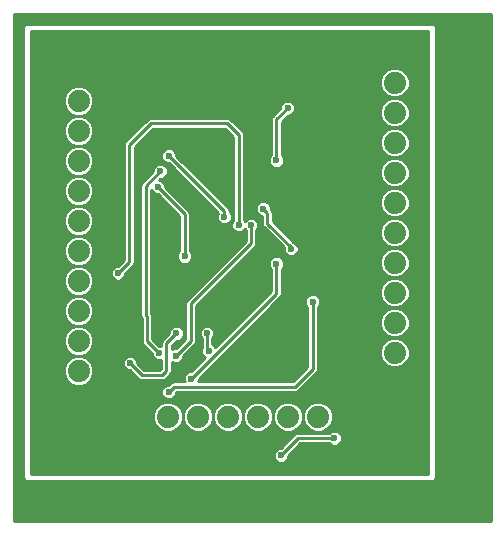
<source format=gbl>
G04 #@! TF.FileFunction,Copper,L2,Bot,Signal*
%FSLAX46Y46*%
G04 Gerber Fmt 4.6, Leading zero omitted, Abs format (unit mm)*
G04 Created by KiCad (PCBNEW 4.0.6) date 06/21/17 15:37:03*
%MOMM*%
%LPD*%
G01*
G04 APERTURE LIST*
%ADD10C,0.100000*%
%ADD11C,0.300000*%
%ADD12C,1.879600*%
%ADD13C,0.600000*%
%ADD14C,0.250000*%
%ADD15C,0.254000*%
G04 APERTURE END LIST*
D10*
D11*
X158693144Y-131441000D02*
X157978858Y-131441000D01*
X158836001Y-131869571D02*
X158336001Y-130369571D01*
X157836001Y-131869571D01*
X156478858Y-131869571D02*
X156978858Y-131155286D01*
X157336001Y-131869571D02*
X157336001Y-130369571D01*
X156764573Y-130369571D01*
X156621715Y-130441000D01*
X156550287Y-130512429D01*
X156478858Y-130655286D01*
X156478858Y-130869571D01*
X156550287Y-131012429D01*
X156621715Y-131083857D01*
X156764573Y-131155286D01*
X157336001Y-131155286D01*
X155836001Y-131869571D02*
X155836001Y-130369571D01*
X155478858Y-130369571D01*
X155264573Y-130441000D01*
X155121715Y-130583857D01*
X155050287Y-130726714D01*
X154978858Y-131012429D01*
X154978858Y-131226714D01*
X155050287Y-131512429D01*
X155121715Y-131655286D01*
X155264573Y-131798143D01*
X155478858Y-131869571D01*
X155836001Y-131869571D01*
X154336001Y-130369571D02*
X154336001Y-131583857D01*
X154264573Y-131726714D01*
X154193144Y-131798143D01*
X154050287Y-131869571D01*
X153764573Y-131869571D01*
X153621715Y-131798143D01*
X153550287Y-131726714D01*
X153478858Y-131583857D01*
X153478858Y-130369571D01*
X152764572Y-131869571D02*
X152764572Y-130369571D01*
X152050286Y-131869571D02*
X152050286Y-130369571D01*
X151193143Y-131869571D01*
X151193143Y-130369571D01*
X150193143Y-130369571D02*
X149907429Y-130369571D01*
X149764571Y-130441000D01*
X149621714Y-130583857D01*
X149550286Y-130869571D01*
X149550286Y-131369571D01*
X149621714Y-131655286D01*
X149764571Y-131798143D01*
X149907429Y-131869571D01*
X150193143Y-131869571D01*
X150336000Y-131798143D01*
X150478857Y-131655286D01*
X150550286Y-131369571D01*
X150550286Y-130869571D01*
X150478857Y-130583857D01*
X150336000Y-130441000D01*
X150193143Y-130369571D01*
X147764571Y-131869571D02*
X147764571Y-130369571D01*
X147193143Y-130369571D01*
X147050285Y-130441000D01*
X146978857Y-130512429D01*
X146907428Y-130655286D01*
X146907428Y-130869571D01*
X146978857Y-131012429D01*
X147050285Y-131083857D01*
X147193143Y-131155286D01*
X147764571Y-131155286D01*
X145407428Y-131869571D02*
X145907428Y-131155286D01*
X146264571Y-131869571D02*
X146264571Y-130369571D01*
X145693143Y-130369571D01*
X145550285Y-130441000D01*
X145478857Y-130512429D01*
X145407428Y-130655286D01*
X145407428Y-130869571D01*
X145478857Y-131012429D01*
X145550285Y-131083857D01*
X145693143Y-131155286D01*
X146264571Y-131155286D01*
X144478857Y-130369571D02*
X144193143Y-130369571D01*
X144050285Y-130441000D01*
X143907428Y-130583857D01*
X143836000Y-130869571D01*
X143836000Y-131369571D01*
X143907428Y-131655286D01*
X144050285Y-131798143D01*
X144193143Y-131869571D01*
X144478857Y-131869571D01*
X144621714Y-131798143D01*
X144764571Y-131655286D01*
X144836000Y-131369571D01*
X144836000Y-130869571D01*
X144764571Y-130583857D01*
X144621714Y-130441000D01*
X144478857Y-130369571D01*
X142050285Y-131869571D02*
X142050285Y-130369571D01*
X141550285Y-131441000D01*
X141050285Y-130369571D01*
X141050285Y-131869571D01*
X140335999Y-131869571D02*
X140335999Y-130369571D01*
X139621713Y-131869571D02*
X139621713Y-130369571D01*
X138764570Y-131869571D01*
X138764570Y-130369571D01*
X138050284Y-131869571D02*
X138050284Y-130369571D01*
D12*
X141470000Y-124420000D03*
X144010000Y-124420000D03*
X146550000Y-124420000D03*
X149090000Y-124420000D03*
X151630000Y-124420000D03*
X154170000Y-124420000D03*
X160680000Y-118980000D03*
X160680000Y-116440000D03*
X160680000Y-113900000D03*
X160680000Y-111360000D03*
X160680000Y-108820000D03*
X160680000Y-106280000D03*
X160680000Y-103740000D03*
X160680000Y-101200000D03*
X160680000Y-98660000D03*
X160680000Y-96120000D03*
X133900000Y-120540000D03*
X133900000Y-118000000D03*
X133900000Y-115460000D03*
X133900000Y-112920000D03*
X133900000Y-110380000D03*
X133900000Y-107840000D03*
X133900000Y-105300000D03*
X133900000Y-102760000D03*
X133900000Y-100220000D03*
X133900000Y-97680000D03*
D13*
X155570000Y-126230000D03*
X151040000Y-127690000D03*
X151900000Y-110220000D03*
X149540000Y-106790000D03*
X150650000Y-102710000D03*
X151600000Y-98290000D03*
X140710000Y-119020000D03*
X140820000Y-103630000D03*
X144780000Y-117350000D03*
X144930000Y-118830000D03*
X153730000Y-114670000D03*
X141540000Y-122320000D03*
X150650000Y-111460000D03*
X143460000Y-121190000D03*
X148500000Y-108180000D03*
X142130000Y-119250000D03*
X138260000Y-119860000D03*
X142190000Y-117350000D03*
X147470000Y-108180000D03*
X137240000Y-112260000D03*
X142880000Y-110830000D03*
X140630000Y-104970000D03*
X146240000Y-107510000D03*
X141540000Y-102320000D03*
D14*
X152500000Y-126230000D02*
X155570000Y-126230000D01*
X151040000Y-127690000D02*
X152500000Y-126230000D01*
X151900000Y-110070000D02*
X151900000Y-110220000D01*
X149890000Y-108060000D02*
X151900000Y-110070000D01*
X149890000Y-107140000D02*
X149890000Y-108060000D01*
X149540000Y-106790000D02*
X149890000Y-107140000D01*
X150650000Y-99240000D02*
X150650000Y-102710000D01*
X151600000Y-98290000D02*
X150650000Y-99240000D01*
X139590000Y-115450000D02*
X139590000Y-104860000D01*
X140710000Y-119020000D02*
X139700000Y-118010000D01*
X139700000Y-118010000D02*
X139700000Y-115950000D01*
X139700000Y-115950000D02*
X139590000Y-115840000D01*
X139590000Y-115840000D02*
X139590000Y-115450000D01*
X139590000Y-104860000D02*
X140820000Y-103630000D01*
X144790000Y-117360000D02*
X144780000Y-117350000D01*
X144790000Y-118690000D02*
X144790000Y-117360000D01*
X144930000Y-118830000D02*
X144790000Y-118690000D01*
X153730000Y-120370000D02*
X153730000Y-114670000D01*
X152230000Y-121870000D02*
X153730000Y-120370000D01*
X141990000Y-121870000D02*
X152230000Y-121870000D01*
X141540000Y-122320000D02*
X141990000Y-121870000D01*
X150650000Y-114000000D02*
X150650000Y-111460000D01*
X143460000Y-121190000D02*
X150650000Y-114000000D01*
X148500000Y-109710000D02*
X148500000Y-108180000D01*
X143390000Y-114820000D02*
X148500000Y-109710000D01*
X143390000Y-117990000D02*
X143390000Y-114820000D01*
X142130000Y-119250000D02*
X143390000Y-117990000D01*
X139290000Y-120890000D02*
X138260000Y-119860000D01*
X140970000Y-120890000D02*
X139290000Y-120890000D01*
X141350000Y-120510000D02*
X140970000Y-120890000D01*
X141350000Y-118190000D02*
X141350000Y-120510000D01*
X142190000Y-117350000D02*
X141350000Y-118190000D01*
X147470000Y-100580000D02*
X147470000Y-108180000D01*
X146470000Y-99580000D02*
X147470000Y-100580000D01*
X140030000Y-99580000D02*
X146470000Y-99580000D01*
X138190000Y-101420000D02*
X140030000Y-99580000D01*
X138190000Y-111310000D02*
X138190000Y-101420000D01*
X137240000Y-112260000D02*
X138190000Y-111310000D01*
X142880000Y-107220000D02*
X142880000Y-110830000D01*
X140630000Y-104970000D02*
X142880000Y-107220000D01*
X146240000Y-107020000D02*
X146240000Y-107510000D01*
X141540000Y-102320000D02*
X146240000Y-107020000D01*
D15*
G36*
X168783000Y-133223000D02*
X128397000Y-133223000D01*
X128397000Y-91440000D01*
X129238000Y-91440000D01*
X129238000Y-129540000D01*
X129260988Y-129655570D01*
X129326454Y-129753546D01*
X129424430Y-129819012D01*
X129540000Y-129842000D01*
X163830000Y-129842000D01*
X163945570Y-129819012D01*
X164043546Y-129753546D01*
X164109012Y-129655570D01*
X164132000Y-129540000D01*
X164132000Y-91440000D01*
X164109012Y-91324430D01*
X164043546Y-91226454D01*
X163945570Y-91160988D01*
X163830000Y-91138000D01*
X129540000Y-91138000D01*
X129424430Y-91160988D01*
X129326454Y-91226454D01*
X129260988Y-91324430D01*
X129238000Y-91440000D01*
X128397000Y-91440000D01*
X128397000Y-90297000D01*
X168783000Y-90297000D01*
X168783000Y-133223000D01*
X168783000Y-133223000D01*
G37*
X168783000Y-133223000D02*
X128397000Y-133223000D01*
X128397000Y-91440000D01*
X129238000Y-91440000D01*
X129238000Y-129540000D01*
X129260988Y-129655570D01*
X129326454Y-129753546D01*
X129424430Y-129819012D01*
X129540000Y-129842000D01*
X163830000Y-129842000D01*
X163945570Y-129819012D01*
X164043546Y-129753546D01*
X164109012Y-129655570D01*
X164132000Y-129540000D01*
X164132000Y-91440000D01*
X164109012Y-91324430D01*
X164043546Y-91226454D01*
X163945570Y-91160988D01*
X163830000Y-91138000D01*
X129540000Y-91138000D01*
X129424430Y-91160988D01*
X129326454Y-91226454D01*
X129260988Y-91324430D01*
X129238000Y-91440000D01*
X128397000Y-91440000D01*
X128397000Y-90297000D01*
X168783000Y-90297000D01*
X168783000Y-133223000D01*
G36*
X163528000Y-129238000D02*
X129842000Y-129238000D01*
X129842000Y-127814171D01*
X150412891Y-127814171D01*
X150508145Y-128044703D01*
X150684369Y-128221235D01*
X150914735Y-128316891D01*
X151164171Y-128317109D01*
X151394703Y-128221855D01*
X151571235Y-128045631D01*
X151666891Y-127815265D01*
X151666990Y-127702234D01*
X152687224Y-126682000D01*
X155135272Y-126682000D01*
X155214369Y-126761235D01*
X155444735Y-126856891D01*
X155694171Y-126857109D01*
X155924703Y-126761855D01*
X156101235Y-126585631D01*
X156196891Y-126355265D01*
X156197109Y-126105829D01*
X156101855Y-125875297D01*
X155925631Y-125698765D01*
X155695265Y-125603109D01*
X155445829Y-125602891D01*
X155215297Y-125698145D01*
X155135302Y-125778000D01*
X152500000Y-125778000D01*
X152327027Y-125812406D01*
X152180388Y-125910388D01*
X151027787Y-127062989D01*
X150915829Y-127062891D01*
X150685297Y-127158145D01*
X150508765Y-127334369D01*
X150413109Y-127564735D01*
X150412891Y-127814171D01*
X129842000Y-127814171D01*
X129842000Y-124670877D01*
X140202981Y-124670877D01*
X140395433Y-125136647D01*
X140751479Y-125493314D01*
X141216912Y-125686580D01*
X141720877Y-125687019D01*
X142186647Y-125494567D01*
X142543314Y-125138521D01*
X142736580Y-124673088D01*
X142736581Y-124670877D01*
X142742981Y-124670877D01*
X142935433Y-125136647D01*
X143291479Y-125493314D01*
X143756912Y-125686580D01*
X144260877Y-125687019D01*
X144726647Y-125494567D01*
X145083314Y-125138521D01*
X145276580Y-124673088D01*
X145276581Y-124670877D01*
X145282981Y-124670877D01*
X145475433Y-125136647D01*
X145831479Y-125493314D01*
X146296912Y-125686580D01*
X146800877Y-125687019D01*
X147266647Y-125494567D01*
X147623314Y-125138521D01*
X147816580Y-124673088D01*
X147816581Y-124670877D01*
X147822981Y-124670877D01*
X148015433Y-125136647D01*
X148371479Y-125493314D01*
X148836912Y-125686580D01*
X149340877Y-125687019D01*
X149806647Y-125494567D01*
X150163314Y-125138521D01*
X150356580Y-124673088D01*
X150356581Y-124670877D01*
X150362981Y-124670877D01*
X150555433Y-125136647D01*
X150911479Y-125493314D01*
X151376912Y-125686580D01*
X151880877Y-125687019D01*
X152346647Y-125494567D01*
X152703314Y-125138521D01*
X152896580Y-124673088D01*
X152896581Y-124670877D01*
X152902981Y-124670877D01*
X153095433Y-125136647D01*
X153451479Y-125493314D01*
X153916912Y-125686580D01*
X154420877Y-125687019D01*
X154886647Y-125494567D01*
X155243314Y-125138521D01*
X155436580Y-124673088D01*
X155437019Y-124169123D01*
X155244567Y-123703353D01*
X154888521Y-123346686D01*
X154423088Y-123153420D01*
X153919123Y-123152981D01*
X153453353Y-123345433D01*
X153096686Y-123701479D01*
X152903420Y-124166912D01*
X152902981Y-124670877D01*
X152896581Y-124670877D01*
X152897019Y-124169123D01*
X152704567Y-123703353D01*
X152348521Y-123346686D01*
X151883088Y-123153420D01*
X151379123Y-123152981D01*
X150913353Y-123345433D01*
X150556686Y-123701479D01*
X150363420Y-124166912D01*
X150362981Y-124670877D01*
X150356581Y-124670877D01*
X150357019Y-124169123D01*
X150164567Y-123703353D01*
X149808521Y-123346686D01*
X149343088Y-123153420D01*
X148839123Y-123152981D01*
X148373353Y-123345433D01*
X148016686Y-123701479D01*
X147823420Y-124166912D01*
X147822981Y-124670877D01*
X147816581Y-124670877D01*
X147817019Y-124169123D01*
X147624567Y-123703353D01*
X147268521Y-123346686D01*
X146803088Y-123153420D01*
X146299123Y-123152981D01*
X145833353Y-123345433D01*
X145476686Y-123701479D01*
X145283420Y-124166912D01*
X145282981Y-124670877D01*
X145276581Y-124670877D01*
X145277019Y-124169123D01*
X145084567Y-123703353D01*
X144728521Y-123346686D01*
X144263088Y-123153420D01*
X143759123Y-123152981D01*
X143293353Y-123345433D01*
X142936686Y-123701479D01*
X142743420Y-124166912D01*
X142742981Y-124670877D01*
X142736581Y-124670877D01*
X142737019Y-124169123D01*
X142544567Y-123703353D01*
X142188521Y-123346686D01*
X141723088Y-123153420D01*
X141219123Y-123152981D01*
X140753353Y-123345433D01*
X140396686Y-123701479D01*
X140203420Y-124166912D01*
X140202981Y-124670877D01*
X129842000Y-124670877D01*
X129842000Y-122444171D01*
X140912891Y-122444171D01*
X141008145Y-122674703D01*
X141184369Y-122851235D01*
X141414735Y-122946891D01*
X141664171Y-122947109D01*
X141894703Y-122851855D01*
X142071235Y-122675631D01*
X142166891Y-122445265D01*
X142166990Y-122332234D01*
X142177224Y-122322000D01*
X152230000Y-122322000D01*
X152402973Y-122287594D01*
X152549612Y-122189612D01*
X154049612Y-120689613D01*
X154147594Y-120542973D01*
X154182000Y-120370000D01*
X154182000Y-119230877D01*
X159412981Y-119230877D01*
X159605433Y-119696647D01*
X159961479Y-120053314D01*
X160426912Y-120246580D01*
X160930877Y-120247019D01*
X161396647Y-120054567D01*
X161753314Y-119698521D01*
X161946580Y-119233088D01*
X161947019Y-118729123D01*
X161754567Y-118263353D01*
X161398521Y-117906686D01*
X160933088Y-117713420D01*
X160429123Y-117712981D01*
X159963353Y-117905433D01*
X159606686Y-118261479D01*
X159413420Y-118726912D01*
X159412981Y-119230877D01*
X154182000Y-119230877D01*
X154182000Y-116690877D01*
X159412981Y-116690877D01*
X159605433Y-117156647D01*
X159961479Y-117513314D01*
X160426912Y-117706580D01*
X160930877Y-117707019D01*
X161396647Y-117514567D01*
X161753314Y-117158521D01*
X161946580Y-116693088D01*
X161947019Y-116189123D01*
X161754567Y-115723353D01*
X161398521Y-115366686D01*
X160933088Y-115173420D01*
X160429123Y-115172981D01*
X159963353Y-115365433D01*
X159606686Y-115721479D01*
X159413420Y-116186912D01*
X159412981Y-116690877D01*
X154182000Y-116690877D01*
X154182000Y-115104728D01*
X154261235Y-115025631D01*
X154356891Y-114795265D01*
X154357109Y-114545829D01*
X154261855Y-114315297D01*
X154097722Y-114150877D01*
X159412981Y-114150877D01*
X159605433Y-114616647D01*
X159961479Y-114973314D01*
X160426912Y-115166580D01*
X160930877Y-115167019D01*
X161396647Y-114974567D01*
X161753314Y-114618521D01*
X161946580Y-114153088D01*
X161947019Y-113649123D01*
X161754567Y-113183353D01*
X161398521Y-112826686D01*
X160933088Y-112633420D01*
X160429123Y-112632981D01*
X159963353Y-112825433D01*
X159606686Y-113181479D01*
X159413420Y-113646912D01*
X159412981Y-114150877D01*
X154097722Y-114150877D01*
X154085631Y-114138765D01*
X153855265Y-114043109D01*
X153605829Y-114042891D01*
X153375297Y-114138145D01*
X153198765Y-114314369D01*
X153103109Y-114544735D01*
X153102891Y-114794171D01*
X153198145Y-115024703D01*
X153278000Y-115104698D01*
X153278000Y-120182775D01*
X152042776Y-121418000D01*
X144044232Y-121418000D01*
X144086891Y-121315265D01*
X144086990Y-121202234D01*
X150969613Y-114319612D01*
X151067594Y-114172973D01*
X151102000Y-114000000D01*
X151102000Y-111894728D01*
X151181235Y-111815631D01*
X151266256Y-111610877D01*
X159412981Y-111610877D01*
X159605433Y-112076647D01*
X159961479Y-112433314D01*
X160426912Y-112626580D01*
X160930877Y-112627019D01*
X161396647Y-112434567D01*
X161753314Y-112078521D01*
X161946580Y-111613088D01*
X161947019Y-111109123D01*
X161754567Y-110643353D01*
X161398521Y-110286686D01*
X160933088Y-110093420D01*
X160429123Y-110092981D01*
X159963353Y-110285433D01*
X159606686Y-110641479D01*
X159413420Y-111106912D01*
X159412981Y-111610877D01*
X151266256Y-111610877D01*
X151276891Y-111585265D01*
X151277109Y-111335829D01*
X151181855Y-111105297D01*
X151005631Y-110928765D01*
X150775265Y-110833109D01*
X150525829Y-110832891D01*
X150295297Y-110928145D01*
X150118765Y-111104369D01*
X150023109Y-111334735D01*
X150022891Y-111584171D01*
X150118145Y-111814703D01*
X150198000Y-111894698D01*
X150198000Y-113812775D01*
X145483381Y-118527394D01*
X145461855Y-118475297D01*
X145285631Y-118298765D01*
X145242000Y-118280648D01*
X145242000Y-117774745D01*
X145311235Y-117705631D01*
X145406891Y-117475265D01*
X145407109Y-117225829D01*
X145311855Y-116995297D01*
X145135631Y-116818765D01*
X144905265Y-116723109D01*
X144655829Y-116722891D01*
X144425297Y-116818145D01*
X144248765Y-116994369D01*
X144153109Y-117224735D01*
X144152891Y-117474171D01*
X144248145Y-117704703D01*
X144338000Y-117794715D01*
X144338000Y-118620708D01*
X144303109Y-118704735D01*
X144302891Y-118954171D01*
X144398145Y-119184703D01*
X144574369Y-119361235D01*
X144627485Y-119383291D01*
X143447787Y-120562989D01*
X143335829Y-120562891D01*
X143105297Y-120658145D01*
X142928765Y-120834369D01*
X142833109Y-121064735D01*
X142832891Y-121314171D01*
X142875792Y-121418000D01*
X141990000Y-121418000D01*
X141817027Y-121452406D01*
X141670388Y-121550388D01*
X141527787Y-121692989D01*
X141415829Y-121692891D01*
X141185297Y-121788145D01*
X141008765Y-121964369D01*
X140913109Y-122194735D01*
X140912891Y-122444171D01*
X129842000Y-122444171D01*
X129842000Y-120790877D01*
X132632981Y-120790877D01*
X132825433Y-121256647D01*
X133181479Y-121613314D01*
X133646912Y-121806580D01*
X134150877Y-121807019D01*
X134616647Y-121614567D01*
X134973314Y-121258521D01*
X135166580Y-120793088D01*
X135167019Y-120289123D01*
X134974567Y-119823353D01*
X134618521Y-119466686D01*
X134153088Y-119273420D01*
X133649123Y-119272981D01*
X133183353Y-119465433D01*
X132826686Y-119821479D01*
X132633420Y-120286912D01*
X132632981Y-120790877D01*
X129842000Y-120790877D01*
X129842000Y-118250877D01*
X132632981Y-118250877D01*
X132825433Y-118716647D01*
X133181479Y-119073314D01*
X133646912Y-119266580D01*
X134150877Y-119267019D01*
X134616647Y-119074567D01*
X134973314Y-118718521D01*
X135166580Y-118253088D01*
X135167019Y-117749123D01*
X134974567Y-117283353D01*
X134618521Y-116926686D01*
X134153088Y-116733420D01*
X133649123Y-116732981D01*
X133183353Y-116925433D01*
X132826686Y-117281479D01*
X132633420Y-117746912D01*
X132632981Y-118250877D01*
X129842000Y-118250877D01*
X129842000Y-115710877D01*
X132632981Y-115710877D01*
X132825433Y-116176647D01*
X133181479Y-116533314D01*
X133646912Y-116726580D01*
X134150877Y-116727019D01*
X134616647Y-116534567D01*
X134973314Y-116178521D01*
X135166580Y-115713088D01*
X135167019Y-115209123D01*
X134974567Y-114743353D01*
X134618521Y-114386686D01*
X134153088Y-114193420D01*
X133649123Y-114192981D01*
X133183353Y-114385433D01*
X132826686Y-114741479D01*
X132633420Y-115206912D01*
X132632981Y-115710877D01*
X129842000Y-115710877D01*
X129842000Y-113170877D01*
X132632981Y-113170877D01*
X132825433Y-113636647D01*
X133181479Y-113993314D01*
X133646912Y-114186580D01*
X134150877Y-114187019D01*
X134616647Y-113994567D01*
X134973314Y-113638521D01*
X135166580Y-113173088D01*
X135167019Y-112669123D01*
X135049280Y-112384171D01*
X136612891Y-112384171D01*
X136708145Y-112614703D01*
X136884369Y-112791235D01*
X137114735Y-112886891D01*
X137364171Y-112887109D01*
X137594703Y-112791855D01*
X137771235Y-112615631D01*
X137866891Y-112385265D01*
X137866990Y-112272234D01*
X138509612Y-111629612D01*
X138607594Y-111482973D01*
X138642000Y-111310000D01*
X138642000Y-102444171D01*
X140912891Y-102444171D01*
X141008145Y-102674703D01*
X141184369Y-102851235D01*
X141414735Y-102946891D01*
X141527766Y-102946990D01*
X145721967Y-107141191D01*
X145708765Y-107154369D01*
X145613109Y-107384735D01*
X145612891Y-107634171D01*
X145708145Y-107864703D01*
X145884369Y-108041235D01*
X146114735Y-108136891D01*
X146364171Y-108137109D01*
X146594703Y-108041855D01*
X146771235Y-107865631D01*
X146866891Y-107635265D01*
X146867109Y-107385829D01*
X146771855Y-107155297D01*
X146692000Y-107075302D01*
X146692000Y-107020000D01*
X146657594Y-106847027D01*
X146559612Y-106700388D01*
X142167011Y-102307787D01*
X142167109Y-102195829D01*
X142071855Y-101965297D01*
X141895631Y-101788765D01*
X141665265Y-101693109D01*
X141415829Y-101692891D01*
X141185297Y-101788145D01*
X141008765Y-101964369D01*
X140913109Y-102194735D01*
X140912891Y-102444171D01*
X138642000Y-102444171D01*
X138642000Y-101607224D01*
X140217224Y-100032000D01*
X146282776Y-100032000D01*
X147018000Y-100767225D01*
X147018000Y-107745272D01*
X146938765Y-107824369D01*
X146843109Y-108054735D01*
X146842891Y-108304171D01*
X146938145Y-108534703D01*
X147114369Y-108711235D01*
X147344735Y-108806891D01*
X147594171Y-108807109D01*
X147824703Y-108711855D01*
X147985125Y-108551713D01*
X148048000Y-108614698D01*
X148048000Y-109522776D01*
X143070388Y-114500388D01*
X142972406Y-114647027D01*
X142938000Y-114820000D01*
X142938000Y-117802776D01*
X142117787Y-118622989D01*
X142005829Y-118622891D01*
X141802000Y-118707112D01*
X141802000Y-118377224D01*
X142202213Y-117977011D01*
X142314171Y-117977109D01*
X142544703Y-117881855D01*
X142721235Y-117705631D01*
X142816891Y-117475265D01*
X142817109Y-117225829D01*
X142721855Y-116995297D01*
X142545631Y-116818765D01*
X142315265Y-116723109D01*
X142065829Y-116722891D01*
X141835297Y-116818145D01*
X141658765Y-116994369D01*
X141563109Y-117224735D01*
X141563010Y-117337765D01*
X141030388Y-117870388D01*
X140932406Y-118017027D01*
X140898000Y-118190000D01*
X140898000Y-118419159D01*
X140835265Y-118393109D01*
X140722234Y-118393010D01*
X140152000Y-117822776D01*
X140152000Y-115950000D01*
X140117594Y-115777027D01*
X140117594Y-115777026D01*
X140042000Y-115663893D01*
X140042000Y-105188822D01*
X140098145Y-105324703D01*
X140274369Y-105501235D01*
X140504735Y-105596891D01*
X140617766Y-105596990D01*
X142428000Y-107407225D01*
X142428000Y-110395272D01*
X142348765Y-110474369D01*
X142253109Y-110704735D01*
X142252891Y-110954171D01*
X142348145Y-111184703D01*
X142524369Y-111361235D01*
X142754735Y-111456891D01*
X143004171Y-111457109D01*
X143234703Y-111361855D01*
X143411235Y-111185631D01*
X143506891Y-110955265D01*
X143507109Y-110705829D01*
X143411855Y-110475297D01*
X143332000Y-110395302D01*
X143332000Y-107220000D01*
X143297594Y-107047027D01*
X143263931Y-106996647D01*
X143199613Y-106900388D01*
X141257011Y-104957787D01*
X141257109Y-104845829D01*
X141161855Y-104615297D01*
X140985631Y-104438765D01*
X140755265Y-104343109D01*
X140746123Y-104343101D01*
X140832213Y-104257011D01*
X140944171Y-104257109D01*
X141174703Y-104161855D01*
X141351235Y-103985631D01*
X141446891Y-103755265D01*
X141447109Y-103505829D01*
X141351855Y-103275297D01*
X141175631Y-103098765D01*
X140945265Y-103003109D01*
X140695829Y-103002891D01*
X140465297Y-103098145D01*
X140288765Y-103274369D01*
X140193109Y-103504735D01*
X140193010Y-103617766D01*
X139270388Y-104540388D01*
X139172406Y-104687027D01*
X139138000Y-104860000D01*
X139138000Y-115840000D01*
X139172406Y-116012973D01*
X139248000Y-116126106D01*
X139248000Y-118010000D01*
X139282406Y-118182973D01*
X139380388Y-118329612D01*
X140082989Y-119032213D01*
X140082891Y-119144171D01*
X140178145Y-119374703D01*
X140354369Y-119551235D01*
X140584735Y-119646891D01*
X140834171Y-119647109D01*
X140898000Y-119620735D01*
X140898000Y-120322776D01*
X140782776Y-120438000D01*
X139477224Y-120438000D01*
X138887011Y-119847787D01*
X138887109Y-119735829D01*
X138791855Y-119505297D01*
X138615631Y-119328765D01*
X138385265Y-119233109D01*
X138135829Y-119232891D01*
X137905297Y-119328145D01*
X137728765Y-119504369D01*
X137633109Y-119734735D01*
X137632891Y-119984171D01*
X137728145Y-120214703D01*
X137904369Y-120391235D01*
X138134735Y-120486891D01*
X138247766Y-120486990D01*
X138970388Y-121209612D01*
X139117027Y-121307594D01*
X139290000Y-121342000D01*
X140970000Y-121342000D01*
X141142973Y-121307594D01*
X141289612Y-121209612D01*
X141669612Y-120829612D01*
X141767594Y-120682973D01*
X141802000Y-120510000D01*
X141802000Y-119792708D01*
X142004735Y-119876891D01*
X142254171Y-119877109D01*
X142484703Y-119781855D01*
X142661235Y-119605631D01*
X142756891Y-119375265D01*
X142756990Y-119262234D01*
X143709612Y-118309612D01*
X143807594Y-118162973D01*
X143842000Y-117990000D01*
X143842000Y-115007224D01*
X148819612Y-110029612D01*
X148917594Y-109882973D01*
X148921110Y-109865297D01*
X148952000Y-109710000D01*
X148952000Y-108614728D01*
X149031235Y-108535631D01*
X149126891Y-108305265D01*
X149127109Y-108055829D01*
X149031855Y-107825297D01*
X148855631Y-107648765D01*
X148625265Y-107553109D01*
X148375829Y-107552891D01*
X148145297Y-107648145D01*
X147984875Y-107808287D01*
X147922000Y-107745302D01*
X147922000Y-106914171D01*
X148912891Y-106914171D01*
X149008145Y-107144703D01*
X149184369Y-107321235D01*
X149414735Y-107416891D01*
X149438000Y-107416911D01*
X149438000Y-108060000D01*
X149472406Y-108232973D01*
X149570388Y-108379612D01*
X151276748Y-110085972D01*
X151273109Y-110094735D01*
X151272891Y-110344171D01*
X151368145Y-110574703D01*
X151544369Y-110751235D01*
X151774735Y-110846891D01*
X152024171Y-110847109D01*
X152254703Y-110751855D01*
X152431235Y-110575631D01*
X152526891Y-110345265D01*
X152527109Y-110095829D01*
X152431855Y-109865297D01*
X152255631Y-109688765D01*
X152088655Y-109619431D01*
X151540101Y-109070877D01*
X159412981Y-109070877D01*
X159605433Y-109536647D01*
X159961479Y-109893314D01*
X160426912Y-110086580D01*
X160930877Y-110087019D01*
X161396647Y-109894567D01*
X161753314Y-109538521D01*
X161946580Y-109073088D01*
X161947019Y-108569123D01*
X161754567Y-108103353D01*
X161398521Y-107746686D01*
X160933088Y-107553420D01*
X160429123Y-107552981D01*
X159963353Y-107745433D01*
X159606686Y-108101479D01*
X159413420Y-108566912D01*
X159412981Y-109070877D01*
X151540101Y-109070877D01*
X150342000Y-107872776D01*
X150342000Y-107140000D01*
X150307594Y-106967027D01*
X150209612Y-106820388D01*
X150167011Y-106777787D01*
X150167109Y-106665829D01*
X150111348Y-106530877D01*
X159412981Y-106530877D01*
X159605433Y-106996647D01*
X159961479Y-107353314D01*
X160426912Y-107546580D01*
X160930877Y-107547019D01*
X161396647Y-107354567D01*
X161753314Y-106998521D01*
X161946580Y-106533088D01*
X161947019Y-106029123D01*
X161754567Y-105563353D01*
X161398521Y-105206686D01*
X160933088Y-105013420D01*
X160429123Y-105012981D01*
X159963353Y-105205433D01*
X159606686Y-105561479D01*
X159413420Y-106026912D01*
X159412981Y-106530877D01*
X150111348Y-106530877D01*
X150071855Y-106435297D01*
X149895631Y-106258765D01*
X149665265Y-106163109D01*
X149415829Y-106162891D01*
X149185297Y-106258145D01*
X149008765Y-106434369D01*
X148913109Y-106664735D01*
X148912891Y-106914171D01*
X147922000Y-106914171D01*
X147922000Y-103990877D01*
X159412981Y-103990877D01*
X159605433Y-104456647D01*
X159961479Y-104813314D01*
X160426912Y-105006580D01*
X160930877Y-105007019D01*
X161396647Y-104814567D01*
X161753314Y-104458521D01*
X161946580Y-103993088D01*
X161947019Y-103489123D01*
X161754567Y-103023353D01*
X161398521Y-102666686D01*
X160933088Y-102473420D01*
X160429123Y-102472981D01*
X159963353Y-102665433D01*
X159606686Y-103021479D01*
X159413420Y-103486912D01*
X159412981Y-103990877D01*
X147922000Y-103990877D01*
X147922000Y-102834171D01*
X150022891Y-102834171D01*
X150118145Y-103064703D01*
X150294369Y-103241235D01*
X150524735Y-103336891D01*
X150774171Y-103337109D01*
X151004703Y-103241855D01*
X151181235Y-103065631D01*
X151276891Y-102835265D01*
X151277109Y-102585829D01*
X151181855Y-102355297D01*
X151102000Y-102275302D01*
X151102000Y-101450877D01*
X159412981Y-101450877D01*
X159605433Y-101916647D01*
X159961479Y-102273314D01*
X160426912Y-102466580D01*
X160930877Y-102467019D01*
X161396647Y-102274567D01*
X161753314Y-101918521D01*
X161946580Y-101453088D01*
X161947019Y-100949123D01*
X161754567Y-100483353D01*
X161398521Y-100126686D01*
X160933088Y-99933420D01*
X160429123Y-99932981D01*
X159963353Y-100125433D01*
X159606686Y-100481479D01*
X159413420Y-100946912D01*
X159412981Y-101450877D01*
X151102000Y-101450877D01*
X151102000Y-99427224D01*
X151612213Y-98917011D01*
X151724171Y-98917109D01*
X151739253Y-98910877D01*
X159412981Y-98910877D01*
X159605433Y-99376647D01*
X159961479Y-99733314D01*
X160426912Y-99926580D01*
X160930877Y-99927019D01*
X161396647Y-99734567D01*
X161753314Y-99378521D01*
X161946580Y-98913088D01*
X161947019Y-98409123D01*
X161754567Y-97943353D01*
X161398521Y-97586686D01*
X160933088Y-97393420D01*
X160429123Y-97392981D01*
X159963353Y-97585433D01*
X159606686Y-97941479D01*
X159413420Y-98406912D01*
X159412981Y-98910877D01*
X151739253Y-98910877D01*
X151954703Y-98821855D01*
X152131235Y-98645631D01*
X152226891Y-98415265D01*
X152227109Y-98165829D01*
X152131855Y-97935297D01*
X151955631Y-97758765D01*
X151725265Y-97663109D01*
X151475829Y-97662891D01*
X151245297Y-97758145D01*
X151068765Y-97934369D01*
X150973109Y-98164735D01*
X150973010Y-98277766D01*
X150330388Y-98920388D01*
X150232406Y-99067027D01*
X150198000Y-99240000D01*
X150198000Y-102275272D01*
X150118765Y-102354369D01*
X150023109Y-102584735D01*
X150022891Y-102834171D01*
X147922000Y-102834171D01*
X147922000Y-100580000D01*
X147887594Y-100407027D01*
X147789613Y-100260388D01*
X146789612Y-99260388D01*
X146642973Y-99162406D01*
X146470000Y-99128000D01*
X140030000Y-99128000D01*
X139857027Y-99162406D01*
X139710388Y-99260388D01*
X137870388Y-101100388D01*
X137772406Y-101247027D01*
X137738000Y-101420000D01*
X137738000Y-111122776D01*
X137227787Y-111632989D01*
X137115829Y-111632891D01*
X136885297Y-111728145D01*
X136708765Y-111904369D01*
X136613109Y-112134735D01*
X136612891Y-112384171D01*
X135049280Y-112384171D01*
X134974567Y-112203353D01*
X134618521Y-111846686D01*
X134153088Y-111653420D01*
X133649123Y-111652981D01*
X133183353Y-111845433D01*
X132826686Y-112201479D01*
X132633420Y-112666912D01*
X132632981Y-113170877D01*
X129842000Y-113170877D01*
X129842000Y-110630877D01*
X132632981Y-110630877D01*
X132825433Y-111096647D01*
X133181479Y-111453314D01*
X133646912Y-111646580D01*
X134150877Y-111647019D01*
X134616647Y-111454567D01*
X134973314Y-111098521D01*
X135166580Y-110633088D01*
X135167019Y-110129123D01*
X134974567Y-109663353D01*
X134618521Y-109306686D01*
X134153088Y-109113420D01*
X133649123Y-109112981D01*
X133183353Y-109305433D01*
X132826686Y-109661479D01*
X132633420Y-110126912D01*
X132632981Y-110630877D01*
X129842000Y-110630877D01*
X129842000Y-108090877D01*
X132632981Y-108090877D01*
X132825433Y-108556647D01*
X133181479Y-108913314D01*
X133646912Y-109106580D01*
X134150877Y-109107019D01*
X134616647Y-108914567D01*
X134973314Y-108558521D01*
X135166580Y-108093088D01*
X135167019Y-107589123D01*
X134974567Y-107123353D01*
X134618521Y-106766686D01*
X134153088Y-106573420D01*
X133649123Y-106572981D01*
X133183353Y-106765433D01*
X132826686Y-107121479D01*
X132633420Y-107586912D01*
X132632981Y-108090877D01*
X129842000Y-108090877D01*
X129842000Y-105550877D01*
X132632981Y-105550877D01*
X132825433Y-106016647D01*
X133181479Y-106373314D01*
X133646912Y-106566580D01*
X134150877Y-106567019D01*
X134616647Y-106374567D01*
X134973314Y-106018521D01*
X135166580Y-105553088D01*
X135167019Y-105049123D01*
X134974567Y-104583353D01*
X134618521Y-104226686D01*
X134153088Y-104033420D01*
X133649123Y-104032981D01*
X133183353Y-104225433D01*
X132826686Y-104581479D01*
X132633420Y-105046912D01*
X132632981Y-105550877D01*
X129842000Y-105550877D01*
X129842000Y-103010877D01*
X132632981Y-103010877D01*
X132825433Y-103476647D01*
X133181479Y-103833314D01*
X133646912Y-104026580D01*
X134150877Y-104027019D01*
X134616647Y-103834567D01*
X134973314Y-103478521D01*
X135166580Y-103013088D01*
X135167019Y-102509123D01*
X134974567Y-102043353D01*
X134618521Y-101686686D01*
X134153088Y-101493420D01*
X133649123Y-101492981D01*
X133183353Y-101685433D01*
X132826686Y-102041479D01*
X132633420Y-102506912D01*
X132632981Y-103010877D01*
X129842000Y-103010877D01*
X129842000Y-100470877D01*
X132632981Y-100470877D01*
X132825433Y-100936647D01*
X133181479Y-101293314D01*
X133646912Y-101486580D01*
X134150877Y-101487019D01*
X134616647Y-101294567D01*
X134973314Y-100938521D01*
X135166580Y-100473088D01*
X135167019Y-99969123D01*
X134974567Y-99503353D01*
X134618521Y-99146686D01*
X134153088Y-98953420D01*
X133649123Y-98952981D01*
X133183353Y-99145433D01*
X132826686Y-99501479D01*
X132633420Y-99966912D01*
X132632981Y-100470877D01*
X129842000Y-100470877D01*
X129842000Y-97930877D01*
X132632981Y-97930877D01*
X132825433Y-98396647D01*
X133181479Y-98753314D01*
X133646912Y-98946580D01*
X134150877Y-98947019D01*
X134616647Y-98754567D01*
X134973314Y-98398521D01*
X135166580Y-97933088D01*
X135167019Y-97429123D01*
X134974567Y-96963353D01*
X134618521Y-96606686D01*
X134153088Y-96413420D01*
X133649123Y-96412981D01*
X133183353Y-96605433D01*
X132826686Y-96961479D01*
X132633420Y-97426912D01*
X132632981Y-97930877D01*
X129842000Y-97930877D01*
X129842000Y-96370877D01*
X159412981Y-96370877D01*
X159605433Y-96836647D01*
X159961479Y-97193314D01*
X160426912Y-97386580D01*
X160930877Y-97387019D01*
X161396647Y-97194567D01*
X161753314Y-96838521D01*
X161946580Y-96373088D01*
X161947019Y-95869123D01*
X161754567Y-95403353D01*
X161398521Y-95046686D01*
X160933088Y-94853420D01*
X160429123Y-94852981D01*
X159963353Y-95045433D01*
X159606686Y-95401479D01*
X159413420Y-95866912D01*
X159412981Y-96370877D01*
X129842000Y-96370877D01*
X129842000Y-91742000D01*
X163528000Y-91742000D01*
X163528000Y-129238000D01*
X163528000Y-129238000D01*
G37*
X163528000Y-129238000D02*
X129842000Y-129238000D01*
X129842000Y-127814171D01*
X150412891Y-127814171D01*
X150508145Y-128044703D01*
X150684369Y-128221235D01*
X150914735Y-128316891D01*
X151164171Y-128317109D01*
X151394703Y-128221855D01*
X151571235Y-128045631D01*
X151666891Y-127815265D01*
X151666990Y-127702234D01*
X152687224Y-126682000D01*
X155135272Y-126682000D01*
X155214369Y-126761235D01*
X155444735Y-126856891D01*
X155694171Y-126857109D01*
X155924703Y-126761855D01*
X156101235Y-126585631D01*
X156196891Y-126355265D01*
X156197109Y-126105829D01*
X156101855Y-125875297D01*
X155925631Y-125698765D01*
X155695265Y-125603109D01*
X155445829Y-125602891D01*
X155215297Y-125698145D01*
X155135302Y-125778000D01*
X152500000Y-125778000D01*
X152327027Y-125812406D01*
X152180388Y-125910388D01*
X151027787Y-127062989D01*
X150915829Y-127062891D01*
X150685297Y-127158145D01*
X150508765Y-127334369D01*
X150413109Y-127564735D01*
X150412891Y-127814171D01*
X129842000Y-127814171D01*
X129842000Y-124670877D01*
X140202981Y-124670877D01*
X140395433Y-125136647D01*
X140751479Y-125493314D01*
X141216912Y-125686580D01*
X141720877Y-125687019D01*
X142186647Y-125494567D01*
X142543314Y-125138521D01*
X142736580Y-124673088D01*
X142736581Y-124670877D01*
X142742981Y-124670877D01*
X142935433Y-125136647D01*
X143291479Y-125493314D01*
X143756912Y-125686580D01*
X144260877Y-125687019D01*
X144726647Y-125494567D01*
X145083314Y-125138521D01*
X145276580Y-124673088D01*
X145276581Y-124670877D01*
X145282981Y-124670877D01*
X145475433Y-125136647D01*
X145831479Y-125493314D01*
X146296912Y-125686580D01*
X146800877Y-125687019D01*
X147266647Y-125494567D01*
X147623314Y-125138521D01*
X147816580Y-124673088D01*
X147816581Y-124670877D01*
X147822981Y-124670877D01*
X148015433Y-125136647D01*
X148371479Y-125493314D01*
X148836912Y-125686580D01*
X149340877Y-125687019D01*
X149806647Y-125494567D01*
X150163314Y-125138521D01*
X150356580Y-124673088D01*
X150356581Y-124670877D01*
X150362981Y-124670877D01*
X150555433Y-125136647D01*
X150911479Y-125493314D01*
X151376912Y-125686580D01*
X151880877Y-125687019D01*
X152346647Y-125494567D01*
X152703314Y-125138521D01*
X152896580Y-124673088D01*
X152896581Y-124670877D01*
X152902981Y-124670877D01*
X153095433Y-125136647D01*
X153451479Y-125493314D01*
X153916912Y-125686580D01*
X154420877Y-125687019D01*
X154886647Y-125494567D01*
X155243314Y-125138521D01*
X155436580Y-124673088D01*
X155437019Y-124169123D01*
X155244567Y-123703353D01*
X154888521Y-123346686D01*
X154423088Y-123153420D01*
X153919123Y-123152981D01*
X153453353Y-123345433D01*
X153096686Y-123701479D01*
X152903420Y-124166912D01*
X152902981Y-124670877D01*
X152896581Y-124670877D01*
X152897019Y-124169123D01*
X152704567Y-123703353D01*
X152348521Y-123346686D01*
X151883088Y-123153420D01*
X151379123Y-123152981D01*
X150913353Y-123345433D01*
X150556686Y-123701479D01*
X150363420Y-124166912D01*
X150362981Y-124670877D01*
X150356581Y-124670877D01*
X150357019Y-124169123D01*
X150164567Y-123703353D01*
X149808521Y-123346686D01*
X149343088Y-123153420D01*
X148839123Y-123152981D01*
X148373353Y-123345433D01*
X148016686Y-123701479D01*
X147823420Y-124166912D01*
X147822981Y-124670877D01*
X147816581Y-124670877D01*
X147817019Y-124169123D01*
X147624567Y-123703353D01*
X147268521Y-123346686D01*
X146803088Y-123153420D01*
X146299123Y-123152981D01*
X145833353Y-123345433D01*
X145476686Y-123701479D01*
X145283420Y-124166912D01*
X145282981Y-124670877D01*
X145276581Y-124670877D01*
X145277019Y-124169123D01*
X145084567Y-123703353D01*
X144728521Y-123346686D01*
X144263088Y-123153420D01*
X143759123Y-123152981D01*
X143293353Y-123345433D01*
X142936686Y-123701479D01*
X142743420Y-124166912D01*
X142742981Y-124670877D01*
X142736581Y-124670877D01*
X142737019Y-124169123D01*
X142544567Y-123703353D01*
X142188521Y-123346686D01*
X141723088Y-123153420D01*
X141219123Y-123152981D01*
X140753353Y-123345433D01*
X140396686Y-123701479D01*
X140203420Y-124166912D01*
X140202981Y-124670877D01*
X129842000Y-124670877D01*
X129842000Y-122444171D01*
X140912891Y-122444171D01*
X141008145Y-122674703D01*
X141184369Y-122851235D01*
X141414735Y-122946891D01*
X141664171Y-122947109D01*
X141894703Y-122851855D01*
X142071235Y-122675631D01*
X142166891Y-122445265D01*
X142166990Y-122332234D01*
X142177224Y-122322000D01*
X152230000Y-122322000D01*
X152402973Y-122287594D01*
X152549612Y-122189612D01*
X154049612Y-120689613D01*
X154147594Y-120542973D01*
X154182000Y-120370000D01*
X154182000Y-119230877D01*
X159412981Y-119230877D01*
X159605433Y-119696647D01*
X159961479Y-120053314D01*
X160426912Y-120246580D01*
X160930877Y-120247019D01*
X161396647Y-120054567D01*
X161753314Y-119698521D01*
X161946580Y-119233088D01*
X161947019Y-118729123D01*
X161754567Y-118263353D01*
X161398521Y-117906686D01*
X160933088Y-117713420D01*
X160429123Y-117712981D01*
X159963353Y-117905433D01*
X159606686Y-118261479D01*
X159413420Y-118726912D01*
X159412981Y-119230877D01*
X154182000Y-119230877D01*
X154182000Y-116690877D01*
X159412981Y-116690877D01*
X159605433Y-117156647D01*
X159961479Y-117513314D01*
X160426912Y-117706580D01*
X160930877Y-117707019D01*
X161396647Y-117514567D01*
X161753314Y-117158521D01*
X161946580Y-116693088D01*
X161947019Y-116189123D01*
X161754567Y-115723353D01*
X161398521Y-115366686D01*
X160933088Y-115173420D01*
X160429123Y-115172981D01*
X159963353Y-115365433D01*
X159606686Y-115721479D01*
X159413420Y-116186912D01*
X159412981Y-116690877D01*
X154182000Y-116690877D01*
X154182000Y-115104728D01*
X154261235Y-115025631D01*
X154356891Y-114795265D01*
X154357109Y-114545829D01*
X154261855Y-114315297D01*
X154097722Y-114150877D01*
X159412981Y-114150877D01*
X159605433Y-114616647D01*
X159961479Y-114973314D01*
X160426912Y-115166580D01*
X160930877Y-115167019D01*
X161396647Y-114974567D01*
X161753314Y-114618521D01*
X161946580Y-114153088D01*
X161947019Y-113649123D01*
X161754567Y-113183353D01*
X161398521Y-112826686D01*
X160933088Y-112633420D01*
X160429123Y-112632981D01*
X159963353Y-112825433D01*
X159606686Y-113181479D01*
X159413420Y-113646912D01*
X159412981Y-114150877D01*
X154097722Y-114150877D01*
X154085631Y-114138765D01*
X153855265Y-114043109D01*
X153605829Y-114042891D01*
X153375297Y-114138145D01*
X153198765Y-114314369D01*
X153103109Y-114544735D01*
X153102891Y-114794171D01*
X153198145Y-115024703D01*
X153278000Y-115104698D01*
X153278000Y-120182775D01*
X152042776Y-121418000D01*
X144044232Y-121418000D01*
X144086891Y-121315265D01*
X144086990Y-121202234D01*
X150969613Y-114319612D01*
X151067594Y-114172973D01*
X151102000Y-114000000D01*
X151102000Y-111894728D01*
X151181235Y-111815631D01*
X151266256Y-111610877D01*
X159412981Y-111610877D01*
X159605433Y-112076647D01*
X159961479Y-112433314D01*
X160426912Y-112626580D01*
X160930877Y-112627019D01*
X161396647Y-112434567D01*
X161753314Y-112078521D01*
X161946580Y-111613088D01*
X161947019Y-111109123D01*
X161754567Y-110643353D01*
X161398521Y-110286686D01*
X160933088Y-110093420D01*
X160429123Y-110092981D01*
X159963353Y-110285433D01*
X159606686Y-110641479D01*
X159413420Y-111106912D01*
X159412981Y-111610877D01*
X151266256Y-111610877D01*
X151276891Y-111585265D01*
X151277109Y-111335829D01*
X151181855Y-111105297D01*
X151005631Y-110928765D01*
X150775265Y-110833109D01*
X150525829Y-110832891D01*
X150295297Y-110928145D01*
X150118765Y-111104369D01*
X150023109Y-111334735D01*
X150022891Y-111584171D01*
X150118145Y-111814703D01*
X150198000Y-111894698D01*
X150198000Y-113812775D01*
X145483381Y-118527394D01*
X145461855Y-118475297D01*
X145285631Y-118298765D01*
X145242000Y-118280648D01*
X145242000Y-117774745D01*
X145311235Y-117705631D01*
X145406891Y-117475265D01*
X145407109Y-117225829D01*
X145311855Y-116995297D01*
X145135631Y-116818765D01*
X144905265Y-116723109D01*
X144655829Y-116722891D01*
X144425297Y-116818145D01*
X144248765Y-116994369D01*
X144153109Y-117224735D01*
X144152891Y-117474171D01*
X144248145Y-117704703D01*
X144338000Y-117794715D01*
X144338000Y-118620708D01*
X144303109Y-118704735D01*
X144302891Y-118954171D01*
X144398145Y-119184703D01*
X144574369Y-119361235D01*
X144627485Y-119383291D01*
X143447787Y-120562989D01*
X143335829Y-120562891D01*
X143105297Y-120658145D01*
X142928765Y-120834369D01*
X142833109Y-121064735D01*
X142832891Y-121314171D01*
X142875792Y-121418000D01*
X141990000Y-121418000D01*
X141817027Y-121452406D01*
X141670388Y-121550388D01*
X141527787Y-121692989D01*
X141415829Y-121692891D01*
X141185297Y-121788145D01*
X141008765Y-121964369D01*
X140913109Y-122194735D01*
X140912891Y-122444171D01*
X129842000Y-122444171D01*
X129842000Y-120790877D01*
X132632981Y-120790877D01*
X132825433Y-121256647D01*
X133181479Y-121613314D01*
X133646912Y-121806580D01*
X134150877Y-121807019D01*
X134616647Y-121614567D01*
X134973314Y-121258521D01*
X135166580Y-120793088D01*
X135167019Y-120289123D01*
X134974567Y-119823353D01*
X134618521Y-119466686D01*
X134153088Y-119273420D01*
X133649123Y-119272981D01*
X133183353Y-119465433D01*
X132826686Y-119821479D01*
X132633420Y-120286912D01*
X132632981Y-120790877D01*
X129842000Y-120790877D01*
X129842000Y-118250877D01*
X132632981Y-118250877D01*
X132825433Y-118716647D01*
X133181479Y-119073314D01*
X133646912Y-119266580D01*
X134150877Y-119267019D01*
X134616647Y-119074567D01*
X134973314Y-118718521D01*
X135166580Y-118253088D01*
X135167019Y-117749123D01*
X134974567Y-117283353D01*
X134618521Y-116926686D01*
X134153088Y-116733420D01*
X133649123Y-116732981D01*
X133183353Y-116925433D01*
X132826686Y-117281479D01*
X132633420Y-117746912D01*
X132632981Y-118250877D01*
X129842000Y-118250877D01*
X129842000Y-115710877D01*
X132632981Y-115710877D01*
X132825433Y-116176647D01*
X133181479Y-116533314D01*
X133646912Y-116726580D01*
X134150877Y-116727019D01*
X134616647Y-116534567D01*
X134973314Y-116178521D01*
X135166580Y-115713088D01*
X135167019Y-115209123D01*
X134974567Y-114743353D01*
X134618521Y-114386686D01*
X134153088Y-114193420D01*
X133649123Y-114192981D01*
X133183353Y-114385433D01*
X132826686Y-114741479D01*
X132633420Y-115206912D01*
X132632981Y-115710877D01*
X129842000Y-115710877D01*
X129842000Y-113170877D01*
X132632981Y-113170877D01*
X132825433Y-113636647D01*
X133181479Y-113993314D01*
X133646912Y-114186580D01*
X134150877Y-114187019D01*
X134616647Y-113994567D01*
X134973314Y-113638521D01*
X135166580Y-113173088D01*
X135167019Y-112669123D01*
X135049280Y-112384171D01*
X136612891Y-112384171D01*
X136708145Y-112614703D01*
X136884369Y-112791235D01*
X137114735Y-112886891D01*
X137364171Y-112887109D01*
X137594703Y-112791855D01*
X137771235Y-112615631D01*
X137866891Y-112385265D01*
X137866990Y-112272234D01*
X138509612Y-111629612D01*
X138607594Y-111482973D01*
X138642000Y-111310000D01*
X138642000Y-102444171D01*
X140912891Y-102444171D01*
X141008145Y-102674703D01*
X141184369Y-102851235D01*
X141414735Y-102946891D01*
X141527766Y-102946990D01*
X145721967Y-107141191D01*
X145708765Y-107154369D01*
X145613109Y-107384735D01*
X145612891Y-107634171D01*
X145708145Y-107864703D01*
X145884369Y-108041235D01*
X146114735Y-108136891D01*
X146364171Y-108137109D01*
X146594703Y-108041855D01*
X146771235Y-107865631D01*
X146866891Y-107635265D01*
X146867109Y-107385829D01*
X146771855Y-107155297D01*
X146692000Y-107075302D01*
X146692000Y-107020000D01*
X146657594Y-106847027D01*
X146559612Y-106700388D01*
X142167011Y-102307787D01*
X142167109Y-102195829D01*
X142071855Y-101965297D01*
X141895631Y-101788765D01*
X141665265Y-101693109D01*
X141415829Y-101692891D01*
X141185297Y-101788145D01*
X141008765Y-101964369D01*
X140913109Y-102194735D01*
X140912891Y-102444171D01*
X138642000Y-102444171D01*
X138642000Y-101607224D01*
X140217224Y-100032000D01*
X146282776Y-100032000D01*
X147018000Y-100767225D01*
X147018000Y-107745272D01*
X146938765Y-107824369D01*
X146843109Y-108054735D01*
X146842891Y-108304171D01*
X146938145Y-108534703D01*
X147114369Y-108711235D01*
X147344735Y-108806891D01*
X147594171Y-108807109D01*
X147824703Y-108711855D01*
X147985125Y-108551713D01*
X148048000Y-108614698D01*
X148048000Y-109522776D01*
X143070388Y-114500388D01*
X142972406Y-114647027D01*
X142938000Y-114820000D01*
X142938000Y-117802776D01*
X142117787Y-118622989D01*
X142005829Y-118622891D01*
X141802000Y-118707112D01*
X141802000Y-118377224D01*
X142202213Y-117977011D01*
X142314171Y-117977109D01*
X142544703Y-117881855D01*
X142721235Y-117705631D01*
X142816891Y-117475265D01*
X142817109Y-117225829D01*
X142721855Y-116995297D01*
X142545631Y-116818765D01*
X142315265Y-116723109D01*
X142065829Y-116722891D01*
X141835297Y-116818145D01*
X141658765Y-116994369D01*
X141563109Y-117224735D01*
X141563010Y-117337765D01*
X141030388Y-117870388D01*
X140932406Y-118017027D01*
X140898000Y-118190000D01*
X140898000Y-118419159D01*
X140835265Y-118393109D01*
X140722234Y-118393010D01*
X140152000Y-117822776D01*
X140152000Y-115950000D01*
X140117594Y-115777027D01*
X140117594Y-115777026D01*
X140042000Y-115663893D01*
X140042000Y-105188822D01*
X140098145Y-105324703D01*
X140274369Y-105501235D01*
X140504735Y-105596891D01*
X140617766Y-105596990D01*
X142428000Y-107407225D01*
X142428000Y-110395272D01*
X142348765Y-110474369D01*
X142253109Y-110704735D01*
X142252891Y-110954171D01*
X142348145Y-111184703D01*
X142524369Y-111361235D01*
X142754735Y-111456891D01*
X143004171Y-111457109D01*
X143234703Y-111361855D01*
X143411235Y-111185631D01*
X143506891Y-110955265D01*
X143507109Y-110705829D01*
X143411855Y-110475297D01*
X143332000Y-110395302D01*
X143332000Y-107220000D01*
X143297594Y-107047027D01*
X143263931Y-106996647D01*
X143199613Y-106900388D01*
X141257011Y-104957787D01*
X141257109Y-104845829D01*
X141161855Y-104615297D01*
X140985631Y-104438765D01*
X140755265Y-104343109D01*
X140746123Y-104343101D01*
X140832213Y-104257011D01*
X140944171Y-104257109D01*
X141174703Y-104161855D01*
X141351235Y-103985631D01*
X141446891Y-103755265D01*
X141447109Y-103505829D01*
X141351855Y-103275297D01*
X141175631Y-103098765D01*
X140945265Y-103003109D01*
X140695829Y-103002891D01*
X140465297Y-103098145D01*
X140288765Y-103274369D01*
X140193109Y-103504735D01*
X140193010Y-103617766D01*
X139270388Y-104540388D01*
X139172406Y-104687027D01*
X139138000Y-104860000D01*
X139138000Y-115840000D01*
X139172406Y-116012973D01*
X139248000Y-116126106D01*
X139248000Y-118010000D01*
X139282406Y-118182973D01*
X139380388Y-118329612D01*
X140082989Y-119032213D01*
X140082891Y-119144171D01*
X140178145Y-119374703D01*
X140354369Y-119551235D01*
X140584735Y-119646891D01*
X140834171Y-119647109D01*
X140898000Y-119620735D01*
X140898000Y-120322776D01*
X140782776Y-120438000D01*
X139477224Y-120438000D01*
X138887011Y-119847787D01*
X138887109Y-119735829D01*
X138791855Y-119505297D01*
X138615631Y-119328765D01*
X138385265Y-119233109D01*
X138135829Y-119232891D01*
X137905297Y-119328145D01*
X137728765Y-119504369D01*
X137633109Y-119734735D01*
X137632891Y-119984171D01*
X137728145Y-120214703D01*
X137904369Y-120391235D01*
X138134735Y-120486891D01*
X138247766Y-120486990D01*
X138970388Y-121209612D01*
X139117027Y-121307594D01*
X139290000Y-121342000D01*
X140970000Y-121342000D01*
X141142973Y-121307594D01*
X141289612Y-121209612D01*
X141669612Y-120829612D01*
X141767594Y-120682973D01*
X141802000Y-120510000D01*
X141802000Y-119792708D01*
X142004735Y-119876891D01*
X142254171Y-119877109D01*
X142484703Y-119781855D01*
X142661235Y-119605631D01*
X142756891Y-119375265D01*
X142756990Y-119262234D01*
X143709612Y-118309612D01*
X143807594Y-118162973D01*
X143842000Y-117990000D01*
X143842000Y-115007224D01*
X148819612Y-110029612D01*
X148917594Y-109882973D01*
X148921110Y-109865297D01*
X148952000Y-109710000D01*
X148952000Y-108614728D01*
X149031235Y-108535631D01*
X149126891Y-108305265D01*
X149127109Y-108055829D01*
X149031855Y-107825297D01*
X148855631Y-107648765D01*
X148625265Y-107553109D01*
X148375829Y-107552891D01*
X148145297Y-107648145D01*
X147984875Y-107808287D01*
X147922000Y-107745302D01*
X147922000Y-106914171D01*
X148912891Y-106914171D01*
X149008145Y-107144703D01*
X149184369Y-107321235D01*
X149414735Y-107416891D01*
X149438000Y-107416911D01*
X149438000Y-108060000D01*
X149472406Y-108232973D01*
X149570388Y-108379612D01*
X151276748Y-110085972D01*
X151273109Y-110094735D01*
X151272891Y-110344171D01*
X151368145Y-110574703D01*
X151544369Y-110751235D01*
X151774735Y-110846891D01*
X152024171Y-110847109D01*
X152254703Y-110751855D01*
X152431235Y-110575631D01*
X152526891Y-110345265D01*
X152527109Y-110095829D01*
X152431855Y-109865297D01*
X152255631Y-109688765D01*
X152088655Y-109619431D01*
X151540101Y-109070877D01*
X159412981Y-109070877D01*
X159605433Y-109536647D01*
X159961479Y-109893314D01*
X160426912Y-110086580D01*
X160930877Y-110087019D01*
X161396647Y-109894567D01*
X161753314Y-109538521D01*
X161946580Y-109073088D01*
X161947019Y-108569123D01*
X161754567Y-108103353D01*
X161398521Y-107746686D01*
X160933088Y-107553420D01*
X160429123Y-107552981D01*
X159963353Y-107745433D01*
X159606686Y-108101479D01*
X159413420Y-108566912D01*
X159412981Y-109070877D01*
X151540101Y-109070877D01*
X150342000Y-107872776D01*
X150342000Y-107140000D01*
X150307594Y-106967027D01*
X150209612Y-106820388D01*
X150167011Y-106777787D01*
X150167109Y-106665829D01*
X150111348Y-106530877D01*
X159412981Y-106530877D01*
X159605433Y-106996647D01*
X159961479Y-107353314D01*
X160426912Y-107546580D01*
X160930877Y-107547019D01*
X161396647Y-107354567D01*
X161753314Y-106998521D01*
X161946580Y-106533088D01*
X161947019Y-106029123D01*
X161754567Y-105563353D01*
X161398521Y-105206686D01*
X160933088Y-105013420D01*
X160429123Y-105012981D01*
X159963353Y-105205433D01*
X159606686Y-105561479D01*
X159413420Y-106026912D01*
X159412981Y-106530877D01*
X150111348Y-106530877D01*
X150071855Y-106435297D01*
X149895631Y-106258765D01*
X149665265Y-106163109D01*
X149415829Y-106162891D01*
X149185297Y-106258145D01*
X149008765Y-106434369D01*
X148913109Y-106664735D01*
X148912891Y-106914171D01*
X147922000Y-106914171D01*
X147922000Y-103990877D01*
X159412981Y-103990877D01*
X159605433Y-104456647D01*
X159961479Y-104813314D01*
X160426912Y-105006580D01*
X160930877Y-105007019D01*
X161396647Y-104814567D01*
X161753314Y-104458521D01*
X161946580Y-103993088D01*
X161947019Y-103489123D01*
X161754567Y-103023353D01*
X161398521Y-102666686D01*
X160933088Y-102473420D01*
X160429123Y-102472981D01*
X159963353Y-102665433D01*
X159606686Y-103021479D01*
X159413420Y-103486912D01*
X159412981Y-103990877D01*
X147922000Y-103990877D01*
X147922000Y-102834171D01*
X150022891Y-102834171D01*
X150118145Y-103064703D01*
X150294369Y-103241235D01*
X150524735Y-103336891D01*
X150774171Y-103337109D01*
X151004703Y-103241855D01*
X151181235Y-103065631D01*
X151276891Y-102835265D01*
X151277109Y-102585829D01*
X151181855Y-102355297D01*
X151102000Y-102275302D01*
X151102000Y-101450877D01*
X159412981Y-101450877D01*
X159605433Y-101916647D01*
X159961479Y-102273314D01*
X160426912Y-102466580D01*
X160930877Y-102467019D01*
X161396647Y-102274567D01*
X161753314Y-101918521D01*
X161946580Y-101453088D01*
X161947019Y-100949123D01*
X161754567Y-100483353D01*
X161398521Y-100126686D01*
X160933088Y-99933420D01*
X160429123Y-99932981D01*
X159963353Y-100125433D01*
X159606686Y-100481479D01*
X159413420Y-100946912D01*
X159412981Y-101450877D01*
X151102000Y-101450877D01*
X151102000Y-99427224D01*
X151612213Y-98917011D01*
X151724171Y-98917109D01*
X151739253Y-98910877D01*
X159412981Y-98910877D01*
X159605433Y-99376647D01*
X159961479Y-99733314D01*
X160426912Y-99926580D01*
X160930877Y-99927019D01*
X161396647Y-99734567D01*
X161753314Y-99378521D01*
X161946580Y-98913088D01*
X161947019Y-98409123D01*
X161754567Y-97943353D01*
X161398521Y-97586686D01*
X160933088Y-97393420D01*
X160429123Y-97392981D01*
X159963353Y-97585433D01*
X159606686Y-97941479D01*
X159413420Y-98406912D01*
X159412981Y-98910877D01*
X151739253Y-98910877D01*
X151954703Y-98821855D01*
X152131235Y-98645631D01*
X152226891Y-98415265D01*
X152227109Y-98165829D01*
X152131855Y-97935297D01*
X151955631Y-97758765D01*
X151725265Y-97663109D01*
X151475829Y-97662891D01*
X151245297Y-97758145D01*
X151068765Y-97934369D01*
X150973109Y-98164735D01*
X150973010Y-98277766D01*
X150330388Y-98920388D01*
X150232406Y-99067027D01*
X150198000Y-99240000D01*
X150198000Y-102275272D01*
X150118765Y-102354369D01*
X150023109Y-102584735D01*
X150022891Y-102834171D01*
X147922000Y-102834171D01*
X147922000Y-100580000D01*
X147887594Y-100407027D01*
X147789613Y-100260388D01*
X146789612Y-99260388D01*
X146642973Y-99162406D01*
X146470000Y-99128000D01*
X140030000Y-99128000D01*
X139857027Y-99162406D01*
X139710388Y-99260388D01*
X137870388Y-101100388D01*
X137772406Y-101247027D01*
X137738000Y-101420000D01*
X137738000Y-111122776D01*
X137227787Y-111632989D01*
X137115829Y-111632891D01*
X136885297Y-111728145D01*
X136708765Y-111904369D01*
X136613109Y-112134735D01*
X136612891Y-112384171D01*
X135049280Y-112384171D01*
X134974567Y-112203353D01*
X134618521Y-111846686D01*
X134153088Y-111653420D01*
X133649123Y-111652981D01*
X133183353Y-111845433D01*
X132826686Y-112201479D01*
X132633420Y-112666912D01*
X132632981Y-113170877D01*
X129842000Y-113170877D01*
X129842000Y-110630877D01*
X132632981Y-110630877D01*
X132825433Y-111096647D01*
X133181479Y-111453314D01*
X133646912Y-111646580D01*
X134150877Y-111647019D01*
X134616647Y-111454567D01*
X134973314Y-111098521D01*
X135166580Y-110633088D01*
X135167019Y-110129123D01*
X134974567Y-109663353D01*
X134618521Y-109306686D01*
X134153088Y-109113420D01*
X133649123Y-109112981D01*
X133183353Y-109305433D01*
X132826686Y-109661479D01*
X132633420Y-110126912D01*
X132632981Y-110630877D01*
X129842000Y-110630877D01*
X129842000Y-108090877D01*
X132632981Y-108090877D01*
X132825433Y-108556647D01*
X133181479Y-108913314D01*
X133646912Y-109106580D01*
X134150877Y-109107019D01*
X134616647Y-108914567D01*
X134973314Y-108558521D01*
X135166580Y-108093088D01*
X135167019Y-107589123D01*
X134974567Y-107123353D01*
X134618521Y-106766686D01*
X134153088Y-106573420D01*
X133649123Y-106572981D01*
X133183353Y-106765433D01*
X132826686Y-107121479D01*
X132633420Y-107586912D01*
X132632981Y-108090877D01*
X129842000Y-108090877D01*
X129842000Y-105550877D01*
X132632981Y-105550877D01*
X132825433Y-106016647D01*
X133181479Y-106373314D01*
X133646912Y-106566580D01*
X134150877Y-106567019D01*
X134616647Y-106374567D01*
X134973314Y-106018521D01*
X135166580Y-105553088D01*
X135167019Y-105049123D01*
X134974567Y-104583353D01*
X134618521Y-104226686D01*
X134153088Y-104033420D01*
X133649123Y-104032981D01*
X133183353Y-104225433D01*
X132826686Y-104581479D01*
X132633420Y-105046912D01*
X132632981Y-105550877D01*
X129842000Y-105550877D01*
X129842000Y-103010877D01*
X132632981Y-103010877D01*
X132825433Y-103476647D01*
X133181479Y-103833314D01*
X133646912Y-104026580D01*
X134150877Y-104027019D01*
X134616647Y-103834567D01*
X134973314Y-103478521D01*
X135166580Y-103013088D01*
X135167019Y-102509123D01*
X134974567Y-102043353D01*
X134618521Y-101686686D01*
X134153088Y-101493420D01*
X133649123Y-101492981D01*
X133183353Y-101685433D01*
X132826686Y-102041479D01*
X132633420Y-102506912D01*
X132632981Y-103010877D01*
X129842000Y-103010877D01*
X129842000Y-100470877D01*
X132632981Y-100470877D01*
X132825433Y-100936647D01*
X133181479Y-101293314D01*
X133646912Y-101486580D01*
X134150877Y-101487019D01*
X134616647Y-101294567D01*
X134973314Y-100938521D01*
X135166580Y-100473088D01*
X135167019Y-99969123D01*
X134974567Y-99503353D01*
X134618521Y-99146686D01*
X134153088Y-98953420D01*
X133649123Y-98952981D01*
X133183353Y-99145433D01*
X132826686Y-99501479D01*
X132633420Y-99966912D01*
X132632981Y-100470877D01*
X129842000Y-100470877D01*
X129842000Y-97930877D01*
X132632981Y-97930877D01*
X132825433Y-98396647D01*
X133181479Y-98753314D01*
X133646912Y-98946580D01*
X134150877Y-98947019D01*
X134616647Y-98754567D01*
X134973314Y-98398521D01*
X135166580Y-97933088D01*
X135167019Y-97429123D01*
X134974567Y-96963353D01*
X134618521Y-96606686D01*
X134153088Y-96413420D01*
X133649123Y-96412981D01*
X133183353Y-96605433D01*
X132826686Y-96961479D01*
X132633420Y-97426912D01*
X132632981Y-97930877D01*
X129842000Y-97930877D01*
X129842000Y-96370877D01*
X159412981Y-96370877D01*
X159605433Y-96836647D01*
X159961479Y-97193314D01*
X160426912Y-97386580D01*
X160930877Y-97387019D01*
X161396647Y-97194567D01*
X161753314Y-96838521D01*
X161946580Y-96373088D01*
X161947019Y-95869123D01*
X161754567Y-95403353D01*
X161398521Y-95046686D01*
X160933088Y-94853420D01*
X160429123Y-94852981D01*
X159963353Y-95045433D01*
X159606686Y-95401479D01*
X159413420Y-95866912D01*
X159412981Y-96370877D01*
X129842000Y-96370877D01*
X129842000Y-91742000D01*
X163528000Y-91742000D01*
X163528000Y-129238000D01*
M02*

</source>
